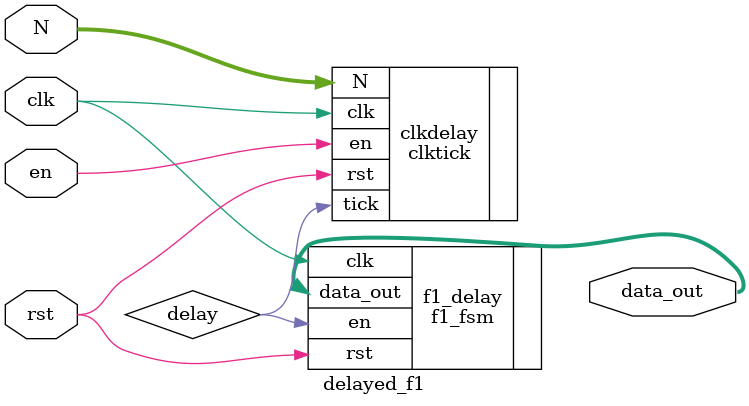
<source format=sv>
module delayed_f1 #(
        parameter   N_WIDTH = 16,
                    D_WIDTH = 8

)(
    input logic                 clk,
    input logic                 rst,
    input logic                 en,
    input logic [N_WIDTH-1:0]   N,
    output logic [D_WIDTH-1:0]  data_out
);

    logic delay;    // interconnect wire

clktick clkdelay (
    .clk(clk),
    .rst(rst),
    .en(en),
    .N(N),
    .tick(delay)
);

 f1_fsm f1_delay (
    .clk(clk),
    .rst(rst),
    .en(delay),
    .data_out(data_out)
);

endmodule

</source>
